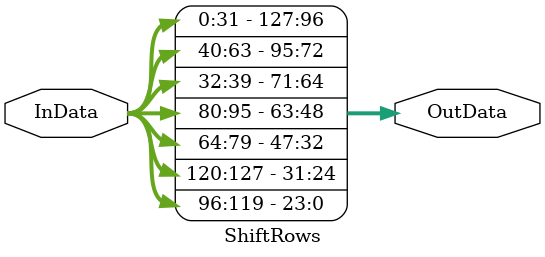
<source format=v>
module ShiftRows 
(
    InData,
    OutData
);

input [0:127] InData;
output [0:127] OutData;
//ROW 1
assign OutData[0:31]=InData[0:31];
//ROW 2
genvar j;
assign OutData[56:63]=InData[32:39];
generate
    for(j=40;j<57;j=j+8)
    assign OutData[j-8:j-1]=InData[j:j+7];
endgenerate
//ROW3
assign OutData[88:95]=InData[72:79];
assign OutData[80:87]=InData[64:71];
generate
    for(j=80;j<89;j=j+8)
    assign OutData[j-16:j-9]=InData[j:j+7];
endgenerate
//ROW4
assign OutData[96:103]=InData[120:127];
generate
    for(j=96;j<120;j=j+8)
    assign OutData[j+8:j+15]=InData[j:j+7];
endgenerate
endmodule


</source>
